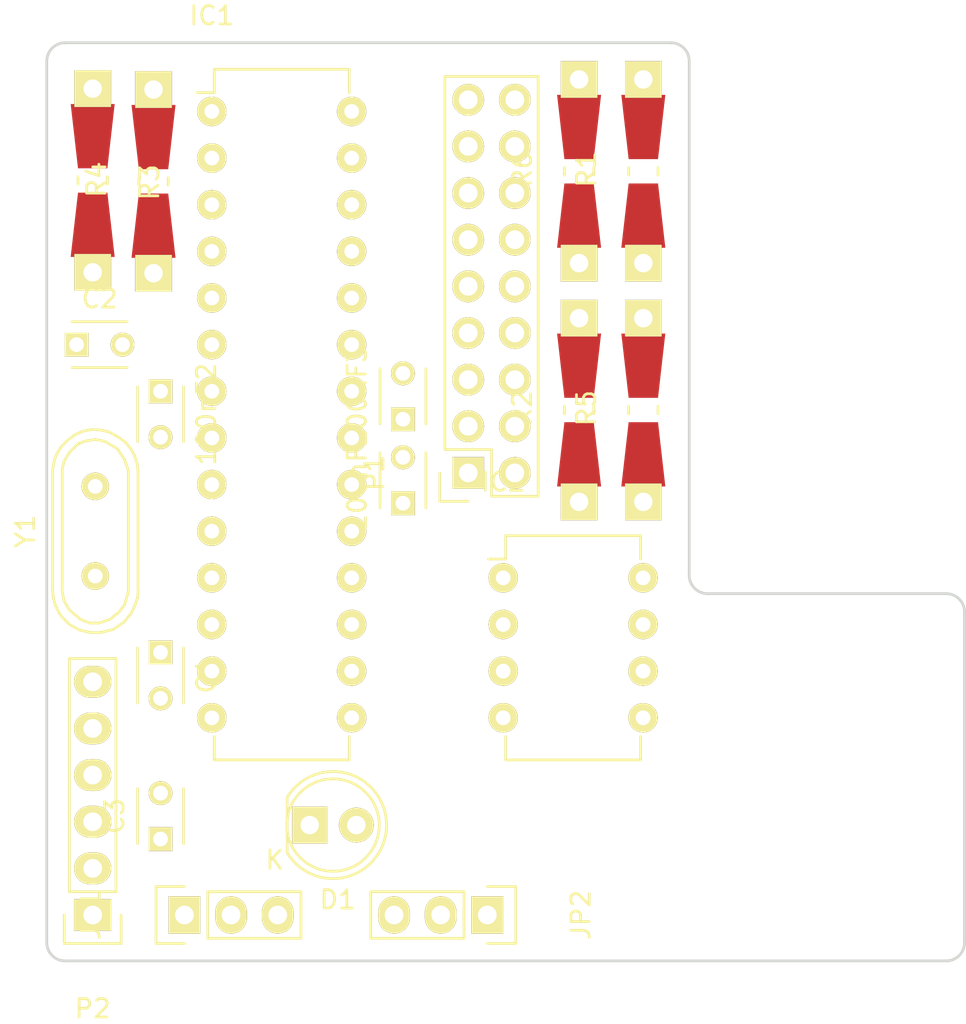
<source format=kicad_pcb>
(kicad_pcb (version 4) (host pcbnew 4.0.2-stable)

  (general
    (links 66)
    (no_connects 66)
    (area 164.924999 74.924999 215.075001 125.075001)
    (thickness 1.6)
    (drawings 18)
    (tracks 0)
    (zones 0)
    (modules 20)
    (nets 28)
  )

  (page A4)
  (layers
    (0 F.Cu signal)
    (31 B.Cu signal)
    (32 B.Adhes user)
    (33 F.Adhes user)
    (34 B.Paste user)
    (35 F.Paste user)
    (36 B.SilkS user)
    (37 F.SilkS user)
    (38 B.Mask user)
    (39 F.Mask user)
    (40 Dwgs.User user)
    (41 Cmts.User user)
    (42 Eco1.User user)
    (43 Eco2.User user)
    (44 Edge.Cuts user)
    (45 Margin user)
    (46 B.CrtYd user)
    (47 F.CrtYd user)
    (48 B.Fab user)
    (49 F.Fab user)
  )

  (setup
    (last_trace_width 0.25)
    (trace_clearance 0.2)
    (zone_clearance 0.508)
    (zone_45_only no)
    (trace_min 0.2)
    (segment_width 0.2)
    (edge_width 0.15)
    (via_size 0.6)
    (via_drill 0.4)
    (via_min_size 0.4)
    (via_min_drill 0.3)
    (uvia_size 0.3)
    (uvia_drill 0.1)
    (uvias_allowed no)
    (uvia_min_size 0.2)
    (uvia_min_drill 0.1)
    (pcb_text_width 0.3)
    (pcb_text_size 1.5 1.5)
    (mod_edge_width 0.15)
    (mod_text_size 1 1)
    (mod_text_width 0.15)
    (pad_size 1.524 1.524)
    (pad_drill 0.762)
    (pad_to_mask_clearance 0.2)
    (aux_axis_origin 0 0)
    (visible_elements FFFFFF7F)
    (pcbplotparams
      (layerselection 0x01030_80000001)
      (usegerberextensions false)
      (excludeedgelayer true)
      (linewidth 0.100000)
      (plotframeref false)
      (viasonmask false)
      (mode 1)
      (useauxorigin false)
      (hpglpennumber 1)
      (hpglpenspeed 20)
      (hpglpendiameter 15)
      (hpglpenoverlay 2)
      (psnegative false)
      (psa4output false)
      (plotreference true)
      (plotvalue true)
      (plotinvisibletext false)
      (padsonsilk true)
      (subtractmaskfromsilk false)
      (outputformat 4)
      (mirror false)
      (drillshape 0)
      (scaleselection 1)
      (outputdirectory /home/coon/Desktop/))
  )

  (net 0 "")
  (net 1 VCC)
  (net 2 GND)
  (net 3 "Net-(100nF3-Pad1)")
  (net 4 "Net-(C1-Pad1)")
  (net 5 "Net-(C2-Pad1)")
  (net 6 "Net-(C3-Pad1)")
  (net 7 "Net-(C3-Pad2)")
  (net 8 "Net-(D1-Pad2)")
  (net 9 "Net-(IC1-Pad2)")
  (net 10 "Net-(IC1-Pad3)")
  (net 11 "Net-(IC1-Pad4)")
  (net 12 "Net-(IC1-Pad5)")
  (net 13 /IR_IN)
  (net 14 //SR_LATCH)
  (net 15 /SR_CP)
  (net 16 /SR_DATA)
  (net 17 /Motor)
  (net 18 /PWR_IR2)
  (net 19 /PWR_IR1)
  (net 20 /SDA)
  (net 21 /SCL)
  (net 22 "Net-(IC2-Pad1)")
  (net 23 /BUS_PLUS)
  (net 24 /BUS_MINUS)
  (net 25 +5VA)
  (net 26 +5VD)
  (net 27 "Net-(JP2-Pad3)")

  (net_class Default "This is the default net class."
    (clearance 0.2)
    (trace_width 0.25)
    (via_dia 0.6)
    (via_drill 0.4)
    (uvia_dia 0.3)
    (uvia_drill 0.1)
    (add_net +5VA)
    (add_net +5VD)
    (add_net //SR_LATCH)
    (add_net /BUS_MINUS)
    (add_net /BUS_PLUS)
    (add_net /IR_IN)
    (add_net /Motor)
    (add_net /PWR_IR1)
    (add_net /PWR_IR2)
    (add_net /SCL)
    (add_net /SDA)
    (add_net /SR_CP)
    (add_net /SR_DATA)
    (add_net GND)
    (add_net "Net-(100nF3-Pad1)")
    (add_net "Net-(C1-Pad1)")
    (add_net "Net-(C2-Pad1)")
    (add_net "Net-(C3-Pad1)")
    (add_net "Net-(C3-Pad2)")
    (add_net "Net-(D1-Pad2)")
    (add_net "Net-(IC1-Pad2)")
    (add_net "Net-(IC1-Pad3)")
    (add_net "Net-(IC1-Pad4)")
    (add_net "Net-(IC1-Pad5)")
    (add_net "Net-(IC2-Pad1)")
    (add_net "Net-(JP2-Pad3)")
    (add_net VCC)
  )

  (module Capacitors_ThroughHole:C_Disc_D3_P2.5 (layer F.Cu) (tedit 0) (tstamp 56CB6D10)
    (at 184.404 100.076 90)
    (descr "Capacitor 3mm Disc, Pitch 2.5mm")
    (tags Capacitor)
    (path /56C0C772)
    (fp_text reference 100nF1 (at 1.25 -2.5 90) (layer F.SilkS)
      (effects (font (size 1 1) (thickness 0.15)))
    )
    (fp_text value C (at 1.25 2.5 90) (layer F.Fab)
      (effects (font (size 1 1) (thickness 0.15)))
    )
    (fp_line (start -0.9 -1.5) (end 3.4 -1.5) (layer F.CrtYd) (width 0.05))
    (fp_line (start 3.4 -1.5) (end 3.4 1.5) (layer F.CrtYd) (width 0.05))
    (fp_line (start 3.4 1.5) (end -0.9 1.5) (layer F.CrtYd) (width 0.05))
    (fp_line (start -0.9 1.5) (end -0.9 -1.5) (layer F.CrtYd) (width 0.05))
    (fp_line (start -0.25 -1.25) (end 2.75 -1.25) (layer F.SilkS) (width 0.15))
    (fp_line (start 2.75 1.25) (end -0.25 1.25) (layer F.SilkS) (width 0.15))
    (pad 1 thru_hole rect (at 0 0 90) (size 1.3 1.3) (drill 0.8) (layers *.Cu *.Mask F.SilkS)
      (net 1 VCC))
    (pad 2 thru_hole circle (at 2.5 0 90) (size 1.3 1.3) (drill 0.8001) (layers *.Cu *.Mask F.SilkS)
      (net 2 GND))
    (model Capacitors_ThroughHole.3dshapes/C_Disc_D3_P2.5.wrl
      (at (xyz 0.0492126 0 0))
      (scale (xyz 1 1 1))
      (rotate (xyz 0 0 0))
    )
  )

  (module Capacitors_ThroughHole:C_Disc_D3_P2.5 (layer F.Cu) (tedit 0) (tstamp 56CB6D16)
    (at 171.196 93.98 270)
    (descr "Capacitor 3mm Disc, Pitch 2.5mm")
    (tags Capacitor)
    (path /56C0D654)
    (fp_text reference 100nF2 (at 1.25 -2.5 270) (layer F.SilkS)
      (effects (font (size 1 1) (thickness 0.15)))
    )
    (fp_text value C (at 1.25 2.5 270) (layer F.Fab)
      (effects (font (size 1 1) (thickness 0.15)))
    )
    (fp_line (start -0.9 -1.5) (end 3.4 -1.5) (layer F.CrtYd) (width 0.05))
    (fp_line (start 3.4 -1.5) (end 3.4 1.5) (layer F.CrtYd) (width 0.05))
    (fp_line (start 3.4 1.5) (end -0.9 1.5) (layer F.CrtYd) (width 0.05))
    (fp_line (start -0.9 1.5) (end -0.9 -1.5) (layer F.CrtYd) (width 0.05))
    (fp_line (start -0.25 -1.25) (end 2.75 -1.25) (layer F.SilkS) (width 0.15))
    (fp_line (start 2.75 1.25) (end -0.25 1.25) (layer F.SilkS) (width 0.15))
    (pad 1 thru_hole rect (at 0 0 270) (size 1.3 1.3) (drill 0.8) (layers *.Cu *.Mask F.SilkS)
      (net 1 VCC))
    (pad 2 thru_hole circle (at 2.5 0 270) (size 1.3 1.3) (drill 0.8001) (layers *.Cu *.Mask F.SilkS)
      (net 2 GND))
    (model Capacitors_ThroughHole.3dshapes/C_Disc_D3_P2.5.wrl
      (at (xyz 0.0492126 0 0))
      (scale (xyz 1 1 1))
      (rotate (xyz 0 0 0))
    )
  )

  (module Capacitors_ThroughHole:C_Disc_D3_P2.5 (layer F.Cu) (tedit 0) (tstamp 56CB6D1C)
    (at 184.404 95.504 90)
    (descr "Capacitor 3mm Disc, Pitch 2.5mm")
    (tags Capacitor)
    (path /56CBB6B6)
    (fp_text reference 100nF3 (at 1.25 -2.5 90) (layer F.SilkS)
      (effects (font (size 1 1) (thickness 0.15)))
    )
    (fp_text value C (at 1.25 2.5 90) (layer F.Fab)
      (effects (font (size 1 1) (thickness 0.15)))
    )
    (fp_line (start -0.9 -1.5) (end 3.4 -1.5) (layer F.CrtYd) (width 0.05))
    (fp_line (start 3.4 -1.5) (end 3.4 1.5) (layer F.CrtYd) (width 0.05))
    (fp_line (start 3.4 1.5) (end -0.9 1.5) (layer F.CrtYd) (width 0.05))
    (fp_line (start -0.9 1.5) (end -0.9 -1.5) (layer F.CrtYd) (width 0.05))
    (fp_line (start -0.25 -1.25) (end 2.75 -1.25) (layer F.SilkS) (width 0.15))
    (fp_line (start 2.75 1.25) (end -0.25 1.25) (layer F.SilkS) (width 0.15))
    (pad 1 thru_hole rect (at 0 0 90) (size 1.3 1.3) (drill 0.8) (layers *.Cu *.Mask F.SilkS)
      (net 3 "Net-(100nF3-Pad1)"))
    (pad 2 thru_hole circle (at 2.5 0 90) (size 1.3 1.3) (drill 0.8001) (layers *.Cu *.Mask F.SilkS)
      (net 2 GND))
    (model Capacitors_ThroughHole.3dshapes/C_Disc_D3_P2.5.wrl
      (at (xyz 0.0492126 0 0))
      (scale (xyz 1 1 1))
      (rotate (xyz 0 0 0))
    )
  )

  (module Capacitors_ThroughHole:C_Disc_D3_P2.5 (layer F.Cu) (tedit 0) (tstamp 56CB6D22)
    (at 171.196 108.204 270)
    (descr "Capacitor 3mm Disc, Pitch 2.5mm")
    (tags Capacitor)
    (path /56A7E68C)
    (fp_text reference C1 (at 1.25 -2.5 270) (layer F.SilkS)
      (effects (font (size 1 1) (thickness 0.15)))
    )
    (fp_text value 22pF (at 1.25 2.5 270) (layer F.Fab)
      (effects (font (size 1 1) (thickness 0.15)))
    )
    (fp_line (start -0.9 -1.5) (end 3.4 -1.5) (layer F.CrtYd) (width 0.05))
    (fp_line (start 3.4 -1.5) (end 3.4 1.5) (layer F.CrtYd) (width 0.05))
    (fp_line (start 3.4 1.5) (end -0.9 1.5) (layer F.CrtYd) (width 0.05))
    (fp_line (start -0.9 1.5) (end -0.9 -1.5) (layer F.CrtYd) (width 0.05))
    (fp_line (start -0.25 -1.25) (end 2.75 -1.25) (layer F.SilkS) (width 0.15))
    (fp_line (start 2.75 1.25) (end -0.25 1.25) (layer F.SilkS) (width 0.15))
    (pad 1 thru_hole rect (at 0 0 270) (size 1.3 1.3) (drill 0.8) (layers *.Cu *.Mask F.SilkS)
      (net 4 "Net-(C1-Pad1)"))
    (pad 2 thru_hole circle (at 2.5 0 270) (size 1.3 1.3) (drill 0.8001) (layers *.Cu *.Mask F.SilkS)
      (net 2 GND))
    (model Capacitors_ThroughHole.3dshapes/C_Disc_D3_P2.5.wrl
      (at (xyz 0.0492126 0 0))
      (scale (xyz 1 1 1))
      (rotate (xyz 0 0 0))
    )
  )

  (module Capacitors_ThroughHole:C_Disc_D3_P2.5 (layer F.Cu) (tedit 0) (tstamp 56CB6D28)
    (at 166.624 91.44)
    (descr "Capacitor 3mm Disc, Pitch 2.5mm")
    (tags Capacitor)
    (path /56A7E7E9)
    (fp_text reference C2 (at 1.25 -2.5) (layer F.SilkS)
      (effects (font (size 1 1) (thickness 0.15)))
    )
    (fp_text value 22pF (at 1.25 2.5) (layer F.Fab)
      (effects (font (size 1 1) (thickness 0.15)))
    )
    (fp_line (start -0.9 -1.5) (end 3.4 -1.5) (layer F.CrtYd) (width 0.05))
    (fp_line (start 3.4 -1.5) (end 3.4 1.5) (layer F.CrtYd) (width 0.05))
    (fp_line (start 3.4 1.5) (end -0.9 1.5) (layer F.CrtYd) (width 0.05))
    (fp_line (start -0.9 1.5) (end -0.9 -1.5) (layer F.CrtYd) (width 0.05))
    (fp_line (start -0.25 -1.25) (end 2.75 -1.25) (layer F.SilkS) (width 0.15))
    (fp_line (start 2.75 1.25) (end -0.25 1.25) (layer F.SilkS) (width 0.15))
    (pad 1 thru_hole rect (at 0 0) (size 1.3 1.3) (drill 0.8) (layers *.Cu *.Mask F.SilkS)
      (net 5 "Net-(C2-Pad1)"))
    (pad 2 thru_hole circle (at 2.5 0) (size 1.3 1.3) (drill 0.8001) (layers *.Cu *.Mask F.SilkS)
      (net 2 GND))
    (model Capacitors_ThroughHole.3dshapes/C_Disc_D3_P2.5.wrl
      (at (xyz 0.0492126 0 0))
      (scale (xyz 1 1 1))
      (rotate (xyz 0 0 0))
    )
  )

  (module Capacitors_ThroughHole:C_Disc_D3_P2.5 (layer F.Cu) (tedit 0) (tstamp 56CB6D2E)
    (at 171.196 118.364 90)
    (descr "Capacitor 3mm Disc, Pitch 2.5mm")
    (tags Capacitor)
    (path /56A7CAE9)
    (fp_text reference C3 (at 1.25 -2.5 90) (layer F.SilkS)
      (effects (font (size 1 1) (thickness 0.15)))
    )
    (fp_text value 100nF (at 1.25 2.5 90) (layer F.Fab)
      (effects (font (size 1 1) (thickness 0.15)))
    )
    (fp_line (start -0.9 -1.5) (end 3.4 -1.5) (layer F.CrtYd) (width 0.05))
    (fp_line (start 3.4 -1.5) (end 3.4 1.5) (layer F.CrtYd) (width 0.05))
    (fp_line (start 3.4 1.5) (end -0.9 1.5) (layer F.CrtYd) (width 0.05))
    (fp_line (start -0.9 1.5) (end -0.9 -1.5) (layer F.CrtYd) (width 0.05))
    (fp_line (start -0.25 -1.25) (end 2.75 -1.25) (layer F.SilkS) (width 0.15))
    (fp_line (start 2.75 1.25) (end -0.25 1.25) (layer F.SilkS) (width 0.15))
    (pad 1 thru_hole rect (at 0 0 90) (size 1.3 1.3) (drill 0.8) (layers *.Cu *.Mask F.SilkS)
      (net 6 "Net-(C3-Pad1)"))
    (pad 2 thru_hole circle (at 2.5 0 90) (size 1.3 1.3) (drill 0.8001) (layers *.Cu *.Mask F.SilkS)
      (net 7 "Net-(C3-Pad2)"))
    (model Capacitors_ThroughHole.3dshapes/C_Disc_D3_P2.5.wrl
      (at (xyz 0.0492126 0 0))
      (scale (xyz 1 1 1))
      (rotate (xyz 0 0 0))
    )
  )

  (module Housings_DIP:DIP-28_W7.62mm (layer F.Cu) (tedit 56CF78F3) (tstamp 56CB6D54)
    (at 173.99 78.74)
    (descr "28-lead dip package, row spacing 7.62 mm (300 mils)")
    (tags "dil dip 2.54 300")
    (path /56A67206)
    (fp_text reference IC1 (at 0 -5.22) (layer F.SilkS)
      (effects (font (size 1 1) (thickness 0.15)))
    )
    (fp_text value ATMEGA328-P (at 3.81 17.272 90) (layer F.Fab)
      (effects (font (size 1 1) (thickness 0.15)))
    )
    (fp_line (start -1.05 -2.45) (end -1.05 35.5) (layer F.CrtYd) (width 0.05))
    (fp_line (start 8.65 -2.45) (end 8.65 35.5) (layer F.CrtYd) (width 0.05))
    (fp_line (start -1.05 -2.45) (end 8.65 -2.45) (layer F.CrtYd) (width 0.05))
    (fp_line (start -1.05 35.5) (end 8.65 35.5) (layer F.CrtYd) (width 0.05))
    (fp_line (start 0.135 -2.295) (end 0.135 -1.025) (layer F.SilkS) (width 0.15))
    (fp_line (start 7.485 -2.295) (end 7.485 -1.025) (layer F.SilkS) (width 0.15))
    (fp_line (start 7.485 35.315) (end 7.485 34.045) (layer F.SilkS) (width 0.15))
    (fp_line (start 0.135 35.315) (end 0.135 34.045) (layer F.SilkS) (width 0.15))
    (fp_line (start 0.135 -2.295) (end 7.485 -2.295) (layer F.SilkS) (width 0.15))
    (fp_line (start 0.135 35.315) (end 7.485 35.315) (layer F.SilkS) (width 0.15))
    (fp_line (start 0.135 -1.025) (end -0.8 -1.025) (layer F.SilkS) (width 0.15))
    (pad 1 thru_hole oval (at 0 0) (size 1.6 1.6) (drill 0.8) (layers *.Cu *.Mask F.SilkS)
      (net 7 "Net-(C3-Pad2)"))
    (pad 2 thru_hole oval (at 0 2.54) (size 1.6 1.6) (drill 0.8) (layers *.Cu *.Mask F.SilkS)
      (net 9 "Net-(IC1-Pad2)"))
    (pad 3 thru_hole oval (at 0 5.08) (size 1.6 1.6) (drill 0.8) (layers *.Cu *.Mask F.SilkS)
      (net 10 "Net-(IC1-Pad3)"))
    (pad 4 thru_hole oval (at 0 7.62) (size 1.6 1.6) (drill 0.8) (layers *.Cu *.Mask F.SilkS)
      (net 11 "Net-(IC1-Pad4)"))
    (pad 5 thru_hole oval (at 0 10.16) (size 1.6 1.6) (drill 0.8) (layers *.Cu *.Mask F.SilkS)
      (net 12 "Net-(IC1-Pad5)"))
    (pad 6 thru_hole oval (at 0 12.7) (size 1.6 1.6) (drill 0.8) (layers *.Cu *.Mask F.SilkS))
    (pad 7 thru_hole oval (at 0 15.24) (size 1.6 1.6) (drill 0.8) (layers *.Cu *.Mask F.SilkS)
      (net 1 VCC))
    (pad 8 thru_hole oval (at 0 17.78) (size 1.6 1.6) (drill 0.8) (layers *.Cu *.Mask F.SilkS)
      (net 2 GND))
    (pad 9 thru_hole oval (at 0 20.32) (size 1.6 1.6) (drill 0.8) (layers *.Cu *.Mask F.SilkS)
      (net 4 "Net-(C1-Pad1)"))
    (pad 10 thru_hole oval (at 0 22.86) (size 1.6 1.6) (drill 0.8) (layers *.Cu *.Mask F.SilkS)
      (net 5 "Net-(C2-Pad1)"))
    (pad 11 thru_hole oval (at 0 25.4) (size 1.6 1.6) (drill 0.8) (layers *.Cu *.Mask F.SilkS)
      (net 13 /IR_IN))
    (pad 12 thru_hole oval (at 0 27.94) (size 1.6 1.6) (drill 0.8) (layers *.Cu *.Mask F.SilkS)
      (net 14 //SR_LATCH))
    (pad 13 thru_hole oval (at 0 30.48) (size 1.6 1.6) (drill 0.8) (layers *.Cu *.Mask F.SilkS)
      (net 15 /SR_CP))
    (pad 14 thru_hole oval (at 0 33.02) (size 1.6 1.6) (drill 0.8) (layers *.Cu *.Mask F.SilkS)
      (net 16 /SR_DATA))
    (pad 15 thru_hole oval (at 7.62 33.02) (size 1.6 1.6) (drill 0.8) (layers *.Cu *.Mask F.SilkS)
      (net 17 /Motor))
    (pad 16 thru_hole oval (at 7.62 30.48) (size 1.6 1.6) (drill 0.8) (layers *.Cu *.Mask F.SilkS))
    (pad 17 thru_hole oval (at 7.62 27.94) (size 1.6 1.6) (drill 0.8) (layers *.Cu *.Mask F.SilkS))
    (pad 18 thru_hole oval (at 7.62 25.4) (size 1.6 1.6) (drill 0.8) (layers *.Cu *.Mask F.SilkS))
    (pad 19 thru_hole oval (at 7.62 22.86) (size 1.6 1.6) (drill 0.8) (layers *.Cu *.Mask F.SilkS))
    (pad 20 thru_hole oval (at 7.62 20.32) (size 1.6 1.6) (drill 0.8) (layers *.Cu *.Mask F.SilkS)
      (net 1 VCC))
    (pad 21 thru_hole oval (at 7.62 17.78) (size 1.6 1.6) (drill 0.8) (layers *.Cu *.Mask F.SilkS)
      (net 3 "Net-(100nF3-Pad1)"))
    (pad 22 thru_hole oval (at 7.62 15.24) (size 1.6 1.6) (drill 0.8) (layers *.Cu *.Mask F.SilkS)
      (net 2 GND))
    (pad 23 thru_hole oval (at 7.62 12.7) (size 1.6 1.6) (drill 0.8) (layers *.Cu *.Mask F.SilkS))
    (pad 24 thru_hole oval (at 7.62 10.16) (size 1.6 1.6) (drill 0.8) (layers *.Cu *.Mask F.SilkS))
    (pad 25 thru_hole oval (at 7.62 7.62) (size 1.6 1.6) (drill 0.8) (layers *.Cu *.Mask F.SilkS)
      (net 18 /PWR_IR2))
    (pad 26 thru_hole oval (at 7.62 5.08) (size 1.6 1.6) (drill 0.8) (layers *.Cu *.Mask F.SilkS)
      (net 19 /PWR_IR1))
    (pad 27 thru_hole oval (at 7.62 2.54) (size 1.6 1.6) (drill 0.8) (layers *.Cu *.Mask F.SilkS)
      (net 20 /SDA))
    (pad 28 thru_hole oval (at 7.62 0) (size 1.6 1.6) (drill 0.8) (layers *.Cu *.Mask F.SilkS)
      (net 21 /SCL))
    (model Housings_DIP.3dshapes/DIP-28_W7.62mm.wrl
      (at (xyz 0 0 0))
      (scale (xyz 1 1 1))
      (rotate (xyz 0 0 0))
    )
  )

  (module Housings_DIP:DIP-8_W7.62mm (layer F.Cu) (tedit 54130A77) (tstamp 56CB6D60)
    (at 189.865 104.14)
    (descr "8-lead dip package, row spacing 7.62 mm (300 mils)")
    (tags "dil dip 2.54 300")
    (path /56A674FC)
    (fp_text reference IC2 (at 0 -5.22) (layer F.SilkS)
      (effects (font (size 1 1) (thickness 0.15)))
    )
    (fp_text value MAX485 (at 0 -3.72) (layer F.Fab)
      (effects (font (size 1 1) (thickness 0.15)))
    )
    (fp_line (start -1.05 -2.45) (end -1.05 10.1) (layer F.CrtYd) (width 0.05))
    (fp_line (start 8.65 -2.45) (end 8.65 10.1) (layer F.CrtYd) (width 0.05))
    (fp_line (start -1.05 -2.45) (end 8.65 -2.45) (layer F.CrtYd) (width 0.05))
    (fp_line (start -1.05 10.1) (end 8.65 10.1) (layer F.CrtYd) (width 0.05))
    (fp_line (start 0.135 -2.295) (end 0.135 -1.025) (layer F.SilkS) (width 0.15))
    (fp_line (start 7.485 -2.295) (end 7.485 -1.025) (layer F.SilkS) (width 0.15))
    (fp_line (start 7.485 9.915) (end 7.485 8.645) (layer F.SilkS) (width 0.15))
    (fp_line (start 0.135 9.915) (end 0.135 8.645) (layer F.SilkS) (width 0.15))
    (fp_line (start 0.135 -2.295) (end 7.485 -2.295) (layer F.SilkS) (width 0.15))
    (fp_line (start 0.135 9.915) (end 7.485 9.915) (layer F.SilkS) (width 0.15))
    (fp_line (start 0.135 -1.025) (end -0.8 -1.025) (layer F.SilkS) (width 0.15))
    (pad 1 thru_hole oval (at 0 0) (size 1.6 1.6) (drill 0.8) (layers *.Cu *.Mask F.SilkS)
      (net 22 "Net-(IC2-Pad1)"))
    (pad 2 thru_hole oval (at 0 2.54) (size 1.6 1.6) (drill 0.8) (layers *.Cu *.Mask F.SilkS)
      (net 11 "Net-(IC1-Pad4)"))
    (pad 3 thru_hole oval (at 0 5.08) (size 1.6 1.6) (drill 0.8) (layers *.Cu *.Mask F.SilkS)
      (net 12 "Net-(IC1-Pad5)"))
    (pad 4 thru_hole oval (at 0 7.62) (size 1.6 1.6) (drill 0.8) (layers *.Cu *.Mask F.SilkS)
      (net 10 "Net-(IC1-Pad3)"))
    (pad 5 thru_hole oval (at 7.62 7.62) (size 1.6 1.6) (drill 0.8) (layers *.Cu *.Mask F.SilkS)
      (net 2 GND))
    (pad 6 thru_hole oval (at 7.62 5.08) (size 1.6 1.6) (drill 0.8) (layers *.Cu *.Mask F.SilkS)
      (net 23 /BUS_PLUS))
    (pad 7 thru_hole oval (at 7.62 2.54) (size 1.6 1.6) (drill 0.8) (layers *.Cu *.Mask F.SilkS)
      (net 24 /BUS_MINUS))
    (pad 8 thru_hole oval (at 7.62 0) (size 1.6 1.6) (drill 0.8) (layers *.Cu *.Mask F.SilkS)
      (net 1 VCC))
    (model Housings_DIP.3dshapes/DIP-8_W7.62mm.wrl
      (at (xyz 0 0 0))
      (scale (xyz 1 1 1))
      (rotate (xyz 0 0 0))
    )
  )

  (module Socket_Strips:Socket_Strip_Straight_2x09 (layer F.Cu) (tedit 0) (tstamp 56CB6D84)
    (at 187.96 98.425 90)
    (descr "Through hole socket strip")
    (tags "socket strip")
    (path /56CB4B14)
    (fp_text reference P1 (at 0 -5.1 90) (layer F.SilkS)
      (effects (font (size 1 1) (thickness 0.15)))
    )
    (fp_text value 2x9_pin_holes (at 0 -3.1 90) (layer F.Fab)
      (effects (font (size 1 1) (thickness 0.15)))
    )
    (fp_line (start -1.75 -1.75) (end -1.75 4.3) (layer F.CrtYd) (width 0.05))
    (fp_line (start 22.1 -1.75) (end 22.1 4.3) (layer F.CrtYd) (width 0.05))
    (fp_line (start -1.75 -1.75) (end 22.1 -1.75) (layer F.CrtYd) (width 0.05))
    (fp_line (start -1.75 4.3) (end 22.1 4.3) (layer F.CrtYd) (width 0.05))
    (fp_line (start 21.59 3.81) (end -1.27 3.81) (layer F.SilkS) (width 0.15))
    (fp_line (start 1.27 -1.27) (end 21.59 -1.27) (layer F.SilkS) (width 0.15))
    (fp_line (start 21.59 3.81) (end 21.59 -1.27) (layer F.SilkS) (width 0.15))
    (fp_line (start -1.27 3.81) (end -1.27 1.27) (layer F.SilkS) (width 0.15))
    (fp_line (start 0 -1.55) (end -1.55 -1.55) (layer F.SilkS) (width 0.15))
    (fp_line (start -1.27 1.27) (end 1.27 1.27) (layer F.SilkS) (width 0.15))
    (fp_line (start 1.27 1.27) (end 1.27 -1.27) (layer F.SilkS) (width 0.15))
    (fp_line (start -1.55 -1.55) (end -1.55 0) (layer F.SilkS) (width 0.15))
    (pad 1 thru_hole rect (at 0 0 90) (size 1.7272 1.7272) (drill 1.016) (layers *.Cu *.Mask F.SilkS)
      (net 16 /SR_DATA))
    (pad 2 thru_hole oval (at 0 2.54 90) (size 1.7272 1.7272) (drill 1.016) (layers *.Cu *.Mask F.SilkS)
      (net 14 //SR_LATCH))
    (pad 3 thru_hole oval (at 2.54 0 90) (size 1.7272 1.7272) (drill 1.016) (layers *.Cu *.Mask F.SilkS)
      (net 15 /SR_CP))
    (pad 4 thru_hole oval (at 2.54 2.54 90) (size 1.7272 1.7272) (drill 1.016) (layers *.Cu *.Mask F.SilkS)
      (net 17 /Motor))
    (pad 5 thru_hole oval (at 5.08 0 90) (size 1.7272 1.7272) (drill 1.016) (layers *.Cu *.Mask F.SilkS))
    (pad 6 thru_hole oval (at 5.08 2.54 90) (size 1.7272 1.7272) (drill 1.016) (layers *.Cu *.Mask F.SilkS)
      (net 20 /SDA))
    (pad 7 thru_hole oval (at 7.62 0 90) (size 1.7272 1.7272) (drill 1.016) (layers *.Cu *.Mask F.SilkS))
    (pad 8 thru_hole oval (at 7.62 2.54 90) (size 1.7272 1.7272) (drill 1.016) (layers *.Cu *.Mask F.SilkS)
      (net 21 /SCL))
    (pad 9 thru_hole oval (at 10.16 0 90) (size 1.7272 1.7272) (drill 1.016) (layers *.Cu *.Mask F.SilkS)
      (net 26 +5VD))
    (pad 10 thru_hole oval (at 10.16 2.54 90) (size 1.7272 1.7272) (drill 1.016) (layers *.Cu *.Mask F.SilkS)
      (net 2 GND))
    (pad 11 thru_hole oval (at 12.7 0 90) (size 1.7272 1.7272) (drill 1.016) (layers *.Cu *.Mask F.SilkS))
    (pad 12 thru_hole oval (at 12.7 2.54 90) (size 1.7272 1.7272) (drill 1.016) (layers *.Cu *.Mask F.SilkS)
      (net 18 /PWR_IR2))
    (pad 13 thru_hole oval (at 15.24 0 90) (size 1.7272 1.7272) (drill 1.016) (layers *.Cu *.Mask F.SilkS))
    (pad 14 thru_hole oval (at 15.24 2.54 90) (size 1.7272 1.7272) (drill 1.016) (layers *.Cu *.Mask F.SilkS)
      (net 19 /PWR_IR1))
    (pad 15 thru_hole oval (at 17.78 0 90) (size 1.7272 1.7272) (drill 1.016) (layers *.Cu *.Mask F.SilkS)
      (net 13 /IR_IN))
    (pad 16 thru_hole oval (at 17.78 2.54 90) (size 1.7272 1.7272) (drill 1.016) (layers *.Cu *.Mask F.SilkS)
      (net 24 /BUS_MINUS))
    (pad 17 thru_hole oval (at 20.32 0 90) (size 1.7272 1.7272) (drill 1.016) (layers *.Cu *.Mask F.SilkS)
      (net 23 /BUS_PLUS))
    (pad 18 thru_hole oval (at 20.32 2.54 90) (size 1.7272 1.7272) (drill 1.016) (layers *.Cu *.Mask F.SilkS))
  )

  (module Pin_Headers:Pin_Header_Straight_1x06 (layer F.Cu) (tedit 0) (tstamp 56CB6D8E)
    (at 167.5 122.5 180)
    (descr "Through hole pin header")
    (tags "pin header")
    (path /56CB7691)
    (fp_text reference P2 (at 0 -5.1 180) (layer F.SilkS)
      (effects (font (size 1 1) (thickness 0.15)))
    )
    (fp_text value FTDI_header (at 0 -3.1 180) (layer F.Fab)
      (effects (font (size 1 1) (thickness 0.15)))
    )
    (fp_line (start -1.75 -1.75) (end -1.75 14.45) (layer F.CrtYd) (width 0.05))
    (fp_line (start 1.75 -1.75) (end 1.75 14.45) (layer F.CrtYd) (width 0.05))
    (fp_line (start -1.75 -1.75) (end 1.75 -1.75) (layer F.CrtYd) (width 0.05))
    (fp_line (start -1.75 14.45) (end 1.75 14.45) (layer F.CrtYd) (width 0.05))
    (fp_line (start 1.27 1.27) (end 1.27 13.97) (layer F.SilkS) (width 0.15))
    (fp_line (start 1.27 13.97) (end -1.27 13.97) (layer F.SilkS) (width 0.15))
    (fp_line (start -1.27 13.97) (end -1.27 1.27) (layer F.SilkS) (width 0.15))
    (fp_line (start 1.55 -1.55) (end 1.55 0) (layer F.SilkS) (width 0.15))
    (fp_line (start 1.27 1.27) (end -1.27 1.27) (layer F.SilkS) (width 0.15))
    (fp_line (start -1.55 0) (end -1.55 -1.55) (layer F.SilkS) (width 0.15))
    (fp_line (start -1.55 -1.55) (end 1.55 -1.55) (layer F.SilkS) (width 0.15))
    (pad 1 thru_hole rect (at 0 0 180) (size 2.032 1.7272) (drill 1.016) (layers *.Cu *.Mask F.SilkS)
      (net 6 "Net-(C3-Pad1)"))
    (pad 2 thru_hole oval (at 0 2.54 180) (size 2.032 1.7272) (drill 1.016) (layers *.Cu *.Mask F.SilkS)
      (net 10 "Net-(IC1-Pad3)"))
    (pad 3 thru_hole oval (at 0 5.08 180) (size 2.032 1.7272) (drill 1.016) (layers *.Cu *.Mask F.SilkS)
      (net 27 "Net-(JP2-Pad3)"))
    (pad 4 thru_hole oval (at 0 7.62 180) (size 2.032 1.7272) (drill 1.016) (layers *.Cu *.Mask F.SilkS)
      (net 25 +5VA))
    (pad 5 thru_hole oval (at 0 10.16 180) (size 2.032 1.7272) (drill 1.016) (layers *.Cu *.Mask F.SilkS)
      (net 2 GND))
    (pad 6 thru_hole oval (at 0 12.7 180) (size 2.032 1.7272) (drill 1.016) (layers *.Cu *.Mask F.SilkS)
      (net 2 GND))
    (model Pin_Headers.3dshapes/Pin_Header_Straight_1x06.wrl
      (at (xyz 0 -0.25 0))
      (scale (xyz 1 1 1))
      (rotate (xyz 0 0 90))
    )
  )

  (module Resistors_Universal:Resistor_SMD+THTuniversal_0805to1206_RM10_HandSoldering (layer F.Cu) (tedit 0) (tstamp 56CB6D9A)
    (at 197.5 82 90)
    (descr "Resistor, SMD and THT, universal, 0805 to 1206,RM10,  Hand soldering,")
    (tags "Resistor, SMD and THT, universal, 0805 to 1206, RM10, Hand soldering,")
    (path /56A6A275)
    (fp_text reference R1 (at 0.09906 -3.0988 90) (layer F.SilkS)
      (effects (font (size 1 1) (thickness 0.15)))
    )
    (fp_text value 150 (at -0.39878 4.20116 90) (layer F.Fab)
      (effects (font (size 1 1) (thickness 0.15)))
    )
    (fp_line (start 0 0.8001) (end 0.20066 0.8001) (layer F.SilkS) (width 0.15))
    (fp_line (start 0 0.8001) (end -0.20066 0.8001) (layer F.SilkS) (width 0.15))
    (fp_line (start -0.09906 -0.8001) (end -0.20066 -0.8001) (layer F.SilkS) (width 0.15))
    (fp_line (start -0.20066 -0.8001) (end 0.20066 -0.8001) (layer F.SilkS) (width 0.15))
    (pad 1 smd trapezoid (at -2.413 0 90) (size 3.50012 1.99898) (rect_delta 0.39878 0 ) (layers F.Cu F.Paste F.Mask)
      (net 1 VCC))
    (pad 2 smd trapezoid (at 2.413 0 270) (size 3.50012 1.99898) (rect_delta 0.39878 0 ) (layers F.Cu F.Paste F.Mask)
      (net 8 "Net-(D1-Pad2)"))
    (pad 1 thru_hole rect (at -5.00126 0 270) (size 1.99898 1.99898) (drill 1.00076) (layers *.Cu *.Mask F.SilkS)
      (net 1 VCC))
    (pad 2 thru_hole rect (at 5.00126 0 270) (size 1.99898 1.99898) (drill 1.00076) (layers *.Cu *.Mask F.SilkS)
      (net 8 "Net-(D1-Pad2)"))
  )

  (module Resistors_Universal:Resistor_SMD+THTuniversal_0805to1206_RM10_HandSoldering (layer F.Cu) (tedit 0) (tstamp 56CB6DA6)
    (at 194 95 90)
    (descr "Resistor, SMD and THT, universal, 0805 to 1206,RM10,  Hand soldering,")
    (tags "Resistor, SMD and THT, universal, 0805 to 1206, RM10, Hand soldering,")
    (path /56BF76F8)
    (fp_text reference R2 (at 0.09906 -3.0988 90) (layer F.SilkS)
      (effects (font (size 1 1) (thickness 0.15)))
    )
    (fp_text value 4.7K (at -0.39878 4.20116 90) (layer F.Fab)
      (effects (font (size 1 1) (thickness 0.15)))
    )
    (fp_line (start 0 0.8001) (end 0.20066 0.8001) (layer F.SilkS) (width 0.15))
    (fp_line (start 0 0.8001) (end -0.20066 0.8001) (layer F.SilkS) (width 0.15))
    (fp_line (start -0.09906 -0.8001) (end -0.20066 -0.8001) (layer F.SilkS) (width 0.15))
    (fp_line (start -0.20066 -0.8001) (end 0.20066 -0.8001) (layer F.SilkS) (width 0.15))
    (pad 1 smd trapezoid (at -2.413 0 90) (size 3.50012 1.99898) (rect_delta 0.39878 0 ) (layers F.Cu F.Paste F.Mask)
      (net 12 "Net-(IC1-Pad5)"))
    (pad 2 smd trapezoid (at 2.413 0 270) (size 3.50012 1.99898) (rect_delta 0.39878 0 ) (layers F.Cu F.Paste F.Mask)
      (net 2 GND))
    (pad 1 thru_hole rect (at -5.00126 0 270) (size 1.99898 1.99898) (drill 1.00076) (layers *.Cu *.Mask F.SilkS)
      (net 12 "Net-(IC1-Pad5)"))
    (pad 2 thru_hole rect (at 5.00126 0 270) (size 1.99898 1.99898) (drill 1.00076) (layers *.Cu *.Mask F.SilkS)
      (net 2 GND))
  )

  (module Resistors_Universal:Resistor_SMD+THTuniversal_0805to1206_RM10_HandSoldering (layer F.Cu) (tedit 0) (tstamp 56CB6DB2)
    (at 167.5 82.5 270)
    (descr "Resistor, SMD and THT, universal, 0805 to 1206,RM10,  Hand soldering,")
    (tags "Resistor, SMD and THT, universal, 0805 to 1206, RM10, Hand soldering,")
    (path /56A7CC95)
    (fp_text reference R3 (at 0.09906 -3.0988 270) (layer F.SilkS)
      (effects (font (size 1 1) (thickness 0.15)))
    )
    (fp_text value 10K (at -0.39878 4.20116 270) (layer F.Fab)
      (effects (font (size 1 1) (thickness 0.15)))
    )
    (fp_line (start 0 0.8001) (end 0.20066 0.8001) (layer F.SilkS) (width 0.15))
    (fp_line (start 0 0.8001) (end -0.20066 0.8001) (layer F.SilkS) (width 0.15))
    (fp_line (start -0.09906 -0.8001) (end -0.20066 -0.8001) (layer F.SilkS) (width 0.15))
    (fp_line (start -0.20066 -0.8001) (end 0.20066 -0.8001) (layer F.SilkS) (width 0.15))
    (pad 1 smd trapezoid (at -2.413 0 270) (size 3.50012 1.99898) (rect_delta 0.39878 0 ) (layers F.Cu F.Paste F.Mask)
      (net 1 VCC))
    (pad 2 smd trapezoid (at 2.413 0 90) (size 3.50012 1.99898) (rect_delta 0.39878 0 ) (layers F.Cu F.Paste F.Mask)
      (net 7 "Net-(C3-Pad2)"))
    (pad 1 thru_hole rect (at -5.00126 0 90) (size 1.99898 1.99898) (drill 1.00076) (layers *.Cu *.Mask F.SilkS)
      (net 1 VCC))
    (pad 2 thru_hole rect (at 5.00126 0 90) (size 1.99898 1.99898) (drill 1.00076) (layers *.Cu *.Mask F.SilkS)
      (net 7 "Net-(C3-Pad2)"))
  )

  (module Resistors_Universal:Resistor_SMD+THTuniversal_0805to1206_RM10_HandSoldering (layer F.Cu) (tedit 0) (tstamp 56CB6DBE)
    (at 170.815 82.55 90)
    (descr "Resistor, SMD and THT, universal, 0805 to 1206,RM10,  Hand soldering,")
    (tags "Resistor, SMD and THT, universal, 0805 to 1206, RM10, Hand soldering,")
    (path /56BF7794)
    (fp_text reference R4 (at 0.09906 -3.0988 90) (layer F.SilkS)
      (effects (font (size 1 1) (thickness 0.15)))
    )
    (fp_text value 4.7K (at -0.39878 4.20116 90) (layer F.Fab)
      (effects (font (size 1 1) (thickness 0.15)))
    )
    (fp_line (start 0 0.8001) (end 0.20066 0.8001) (layer F.SilkS) (width 0.15))
    (fp_line (start 0 0.8001) (end -0.20066 0.8001) (layer F.SilkS) (width 0.15))
    (fp_line (start -0.09906 -0.8001) (end -0.20066 -0.8001) (layer F.SilkS) (width 0.15))
    (fp_line (start -0.20066 -0.8001) (end 0.20066 -0.8001) (layer F.SilkS) (width 0.15))
    (pad 1 smd trapezoid (at -2.413 0 90) (size 3.50012 1.99898) (rect_delta 0.39878 0 ) (layers F.Cu F.Paste F.Mask)
      (net 11 "Net-(IC1-Pad4)"))
    (pad 2 smd trapezoid (at 2.413 0 270) (size 3.50012 1.99898) (rect_delta 0.39878 0 ) (layers F.Cu F.Paste F.Mask)
      (net 1 VCC))
    (pad 1 thru_hole rect (at -5.00126 0 270) (size 1.99898 1.99898) (drill 1.00076) (layers *.Cu *.Mask F.SilkS)
      (net 11 "Net-(IC1-Pad4)"))
    (pad 2 thru_hole rect (at 5.00126 0 270) (size 1.99898 1.99898) (drill 1.00076) (layers *.Cu *.Mask F.SilkS)
      (net 1 VCC))
  )

  (module Resistors_Universal:Resistor_SMD+THTuniversal_0805to1206_RM10_HandSoldering (layer F.Cu) (tedit 0) (tstamp 56CB6DCA)
    (at 197.5 95 90)
    (descr "Resistor, SMD and THT, universal, 0805 to 1206,RM10,  Hand soldering,")
    (tags "Resistor, SMD and THT, universal, 0805 to 1206, RM10, Hand soldering,")
    (path /56C0A3AC)
    (fp_text reference R5 (at 0.09906 -3.0988 90) (layer F.SilkS)
      (effects (font (size 1 1) (thickness 0.15)))
    )
    (fp_text value 1K (at -0.39878 4.20116 90) (layer F.Fab)
      (effects (font (size 1 1) (thickness 0.15)))
    )
    (fp_line (start 0 0.8001) (end 0.20066 0.8001) (layer F.SilkS) (width 0.15))
    (fp_line (start 0 0.8001) (end -0.20066 0.8001) (layer F.SilkS) (width 0.15))
    (fp_line (start -0.09906 -0.8001) (end -0.20066 -0.8001) (layer F.SilkS) (width 0.15))
    (fp_line (start -0.20066 -0.8001) (end 0.20066 -0.8001) (layer F.SilkS) (width 0.15))
    (pad 1 smd trapezoid (at -2.413 0 90) (size 3.50012 1.99898) (rect_delta 0.39878 0 ) (layers F.Cu F.Paste F.Mask)
      (net 22 "Net-(IC2-Pad1)"))
    (pad 2 smd trapezoid (at 2.413 0 270) (size 3.50012 1.99898) (rect_delta 0.39878 0 ) (layers F.Cu F.Paste F.Mask)
      (net 9 "Net-(IC1-Pad2)"))
    (pad 1 thru_hole rect (at -5.00126 0 270) (size 1.99898 1.99898) (drill 1.00076) (layers *.Cu *.Mask F.SilkS)
      (net 22 "Net-(IC2-Pad1)"))
    (pad 2 thru_hole rect (at 5.00126 0 270) (size 1.99898 1.99898) (drill 1.00076) (layers *.Cu *.Mask F.SilkS)
      (net 9 "Net-(IC1-Pad2)"))
  )

  (module Resistors_Universal:Resistor_SMD+THTuniversal_0805to1206_RM10_HandSoldering (layer F.Cu) (tedit 0) (tstamp 56CB6DD6)
    (at 194 82 90)
    (descr "Resistor, SMD and THT, universal, 0805 to 1206,RM10,  Hand soldering,")
    (tags "Resistor, SMD and THT, universal, 0805 to 1206, RM10, Hand soldering,")
    (path /56BFC259)
    (fp_text reference R6 (at 0.09906 -3.0988 90) (layer F.SilkS)
      (effects (font (size 1 1) (thickness 0.15)))
    )
    (fp_text value 120 (at -0.39878 4.20116 90) (layer F.Fab)
      (effects (font (size 1 1) (thickness 0.15)))
    )
    (fp_line (start 0 0.8001) (end 0.20066 0.8001) (layer F.SilkS) (width 0.15))
    (fp_line (start 0 0.8001) (end -0.20066 0.8001) (layer F.SilkS) (width 0.15))
    (fp_line (start -0.09906 -0.8001) (end -0.20066 -0.8001) (layer F.SilkS) (width 0.15))
    (fp_line (start -0.20066 -0.8001) (end 0.20066 -0.8001) (layer F.SilkS) (width 0.15))
    (pad 1 smd trapezoid (at -2.413 0 90) (size 3.50012 1.99898) (rect_delta 0.39878 0 ) (layers F.Cu F.Paste F.Mask)
      (net 24 /BUS_MINUS))
    (pad 2 smd trapezoid (at 2.413 0 270) (size 3.50012 1.99898) (rect_delta 0.39878 0 ) (layers F.Cu F.Paste F.Mask)
      (net 23 /BUS_PLUS))
    (pad 1 thru_hole rect (at -5.00126 0 270) (size 1.99898 1.99898) (drill 1.00076) (layers *.Cu *.Mask F.SilkS)
      (net 24 /BUS_MINUS))
    (pad 2 thru_hole rect (at 5.00126 0 270) (size 1.99898 1.99898) (drill 1.00076) (layers *.Cu *.Mask F.SilkS)
      (net 23 /BUS_PLUS))
  )

  (module Crystals:Crystal_HC49-U_Vertical (layer F.Cu) (tedit 0) (tstamp 56CB6DDC)
    (at 167.64 101.6 90)
    (descr "Crystal, Quarz, HC49/U, vertical, stehend,")
    (tags "Crystal, Quarz, HC49/U, vertical, stehend,")
    (path /56A7E0C8)
    (fp_text reference Y1 (at 0 -3.81 90) (layer F.SilkS)
      (effects (font (size 1 1) (thickness 0.15)))
    )
    (fp_text value Crystal (at 0 3.81 90) (layer F.Fab)
      (effects (font (size 1 1) (thickness 0.15)))
    )
    (fp_line (start 4.699 -1.00076) (end 4.89966 -0.59944) (layer F.SilkS) (width 0.15))
    (fp_line (start 4.89966 -0.59944) (end 5.00126 0) (layer F.SilkS) (width 0.15))
    (fp_line (start 5.00126 0) (end 4.89966 0.50038) (layer F.SilkS) (width 0.15))
    (fp_line (start 4.89966 0.50038) (end 4.50088 1.19888) (layer F.SilkS) (width 0.15))
    (fp_line (start 4.50088 1.19888) (end 3.8989 1.6002) (layer F.SilkS) (width 0.15))
    (fp_line (start 3.8989 1.6002) (end 3.29946 1.80086) (layer F.SilkS) (width 0.15))
    (fp_line (start 3.29946 1.80086) (end -3.29946 1.80086) (layer F.SilkS) (width 0.15))
    (fp_line (start -3.29946 1.80086) (end -4.0005 1.6002) (layer F.SilkS) (width 0.15))
    (fp_line (start -4.0005 1.6002) (end -4.39928 1.30048) (layer F.SilkS) (width 0.15))
    (fp_line (start -4.39928 1.30048) (end -4.8006 0.8001) (layer F.SilkS) (width 0.15))
    (fp_line (start -4.8006 0.8001) (end -5.00126 0.20066) (layer F.SilkS) (width 0.15))
    (fp_line (start -5.00126 0.20066) (end -5.00126 -0.29972) (layer F.SilkS) (width 0.15))
    (fp_line (start -5.00126 -0.29972) (end -4.8006 -0.8001) (layer F.SilkS) (width 0.15))
    (fp_line (start -4.8006 -0.8001) (end -4.30022 -1.39954) (layer F.SilkS) (width 0.15))
    (fp_line (start -4.30022 -1.39954) (end -3.79984 -1.69926) (layer F.SilkS) (width 0.15))
    (fp_line (start -3.79984 -1.69926) (end -3.29946 -1.80086) (layer F.SilkS) (width 0.15))
    (fp_line (start -3.2004 -1.80086) (end 3.40106 -1.80086) (layer F.SilkS) (width 0.15))
    (fp_line (start 3.40106 -1.80086) (end 3.79984 -1.69926) (layer F.SilkS) (width 0.15))
    (fp_line (start 3.79984 -1.69926) (end 4.30022 -1.39954) (layer F.SilkS) (width 0.15))
    (fp_line (start 4.30022 -1.39954) (end 4.8006 -0.89916) (layer F.SilkS) (width 0.15))
    (fp_line (start -3.19024 -2.32918) (end -3.64998 -2.28092) (layer F.SilkS) (width 0.15))
    (fp_line (start -3.64998 -2.28092) (end -4.04876 -2.16916) (layer F.SilkS) (width 0.15))
    (fp_line (start -4.04876 -2.16916) (end -4.48056 -1.95072) (layer F.SilkS) (width 0.15))
    (fp_line (start -4.48056 -1.95072) (end -4.77012 -1.71958) (layer F.SilkS) (width 0.15))
    (fp_line (start -4.77012 -1.71958) (end -5.10032 -1.36906) (layer F.SilkS) (width 0.15))
    (fp_line (start -5.10032 -1.36906) (end -5.38988 -0.83058) (layer F.SilkS) (width 0.15))
    (fp_line (start -5.38988 -0.83058) (end -5.51942 -0.23114) (layer F.SilkS) (width 0.15))
    (fp_line (start -5.51942 -0.23114) (end -5.51942 0.2794) (layer F.SilkS) (width 0.15))
    (fp_line (start -5.51942 0.2794) (end -5.34924 0.98044) (layer F.SilkS) (width 0.15))
    (fp_line (start -5.34924 0.98044) (end -4.95046 1.56972) (layer F.SilkS) (width 0.15))
    (fp_line (start -4.95046 1.56972) (end -4.49072 1.94056) (layer F.SilkS) (width 0.15))
    (fp_line (start -4.49072 1.94056) (end -4.06908 2.14884) (layer F.SilkS) (width 0.15))
    (fp_line (start -4.06908 2.14884) (end -3.6195 2.30886) (layer F.SilkS) (width 0.15))
    (fp_line (start -3.6195 2.30886) (end -3.18008 2.33934) (layer F.SilkS) (width 0.15))
    (fp_line (start 4.16052 2.1209) (end 4.53898 1.89992) (layer F.SilkS) (width 0.15))
    (fp_line (start 4.53898 1.89992) (end 4.85902 1.62052) (layer F.SilkS) (width 0.15))
    (fp_line (start 4.85902 1.62052) (end 5.11048 1.29032) (layer F.SilkS) (width 0.15))
    (fp_line (start 5.11048 1.29032) (end 5.4102 0.73914) (layer F.SilkS) (width 0.15))
    (fp_line (start 5.4102 0.73914) (end 5.51942 0.26924) (layer F.SilkS) (width 0.15))
    (fp_line (start 5.51942 0.26924) (end 5.53974 -0.1905) (layer F.SilkS) (width 0.15))
    (fp_line (start 5.53974 -0.1905) (end 5.45084 -0.65024) (layer F.SilkS) (width 0.15))
    (fp_line (start 5.45084 -0.65024) (end 5.26034 -1.09982) (layer F.SilkS) (width 0.15))
    (fp_line (start 5.26034 -1.09982) (end 4.89966 -1.56972) (layer F.SilkS) (width 0.15))
    (fp_line (start 4.89966 -1.56972) (end 4.54914 -1.88976) (layer F.SilkS) (width 0.15))
    (fp_line (start 4.54914 -1.88976) (end 4.16052 -2.1209) (layer F.SilkS) (width 0.15))
    (fp_line (start 4.16052 -2.1209) (end 3.73126 -2.2606) (layer F.SilkS) (width 0.15))
    (fp_line (start 3.73126 -2.2606) (end 3.2893 -2.32918) (layer F.SilkS) (width 0.15))
    (fp_line (start -3.2004 2.32918) (end 3.2512 2.32918) (layer F.SilkS) (width 0.15))
    (fp_line (start 3.2512 2.32918) (end 3.6703 2.29108) (layer F.SilkS) (width 0.15))
    (fp_line (start 3.6703 2.29108) (end 4.16052 2.1209) (layer F.SilkS) (width 0.15))
    (fp_line (start -3.2004 -2.32918) (end 3.2512 -2.32918) (layer F.SilkS) (width 0.15))
    (pad 1 thru_hole circle (at -2.44094 0 90) (size 1.50114 1.50114) (drill 0.8001) (layers *.Cu *.Mask F.SilkS)
      (net 4 "Net-(C1-Pad1)"))
    (pad 2 thru_hole circle (at 2.44094 0 90) (size 1.50114 1.50114) (drill 0.8001) (layers *.Cu *.Mask F.SilkS)
      (net 5 "Net-(C2-Pad1)"))
  )

  (module Pin_Headers:Pin_Header_Straight_1x03 (layer F.Cu) (tedit 0) (tstamp 56CB7205)
    (at 172.5 122.5 90)
    (descr "Through hole pin header")
    (tags "pin header")
    (path /56CBA465)
    (fp_text reference JP1 (at 0 -5.1 90) (layer F.SilkS)
      (effects (font (size 1 1) (thickness 0.15)))
    )
    (fp_text value PWR_SEL (at 0 -3.1 90) (layer F.Fab)
      (effects (font (size 1 1) (thickness 0.15)))
    )
    (fp_line (start -1.75 -1.75) (end -1.75 6.85) (layer F.CrtYd) (width 0.05))
    (fp_line (start 1.75 -1.75) (end 1.75 6.85) (layer F.CrtYd) (width 0.05))
    (fp_line (start -1.75 -1.75) (end 1.75 -1.75) (layer F.CrtYd) (width 0.05))
    (fp_line (start -1.75 6.85) (end 1.75 6.85) (layer F.CrtYd) (width 0.05))
    (fp_line (start -1.27 1.27) (end -1.27 6.35) (layer F.SilkS) (width 0.15))
    (fp_line (start -1.27 6.35) (end 1.27 6.35) (layer F.SilkS) (width 0.15))
    (fp_line (start 1.27 6.35) (end 1.27 1.27) (layer F.SilkS) (width 0.15))
    (fp_line (start 1.55 -1.55) (end 1.55 0) (layer F.SilkS) (width 0.15))
    (fp_line (start 1.27 1.27) (end -1.27 1.27) (layer F.SilkS) (width 0.15))
    (fp_line (start -1.55 0) (end -1.55 -1.55) (layer F.SilkS) (width 0.15))
    (fp_line (start -1.55 -1.55) (end 1.55 -1.55) (layer F.SilkS) (width 0.15))
    (pad 1 thru_hole rect (at 0 0 90) (size 2.032 1.7272) (drill 1.016) (layers *.Cu *.Mask F.SilkS)
      (net 25 +5VA))
    (pad 2 thru_hole oval (at 0 2.54 90) (size 2.032 1.7272) (drill 1.016) (layers *.Cu *.Mask F.SilkS)
      (net 1 VCC))
    (pad 3 thru_hole oval (at 0 5.08 90) (size 2.032 1.7272) (drill 1.016) (layers *.Cu *.Mask F.SilkS)
      (net 26 +5VD))
    (model Pin_Headers.3dshapes/Pin_Header_Straight_1x03.wrl
      (at (xyz 0 -0.1 0))
      (scale (xyz 1 1 1))
      (rotate (xyz 0 0 90))
    )
  )

  (module Pin_Headers:Pin_Header_Straight_1x03 (layer F.Cu) (tedit 0) (tstamp 56CB720B)
    (at 189 122.5 270)
    (descr "Through hole pin header")
    (tags "pin header")
    (path /56CBDDE0)
    (fp_text reference JP2 (at 0 -5.1 270) (layer F.SilkS)
      (effects (font (size 1 1) (thickness 0.15)))
    )
    (fp_text value TX_SEL (at 0 -3.1 270) (layer F.Fab)
      (effects (font (size 1 1) (thickness 0.15)))
    )
    (fp_line (start -1.75 -1.75) (end -1.75 6.85) (layer F.CrtYd) (width 0.05))
    (fp_line (start 1.75 -1.75) (end 1.75 6.85) (layer F.CrtYd) (width 0.05))
    (fp_line (start -1.75 -1.75) (end 1.75 -1.75) (layer F.CrtYd) (width 0.05))
    (fp_line (start -1.75 6.85) (end 1.75 6.85) (layer F.CrtYd) (width 0.05))
    (fp_line (start -1.27 1.27) (end -1.27 6.35) (layer F.SilkS) (width 0.15))
    (fp_line (start -1.27 6.35) (end 1.27 6.35) (layer F.SilkS) (width 0.15))
    (fp_line (start 1.27 6.35) (end 1.27 1.27) (layer F.SilkS) (width 0.15))
    (fp_line (start 1.55 -1.55) (end 1.55 0) (layer F.SilkS) (width 0.15))
    (fp_line (start 1.27 1.27) (end -1.27 1.27) (layer F.SilkS) (width 0.15))
    (fp_line (start -1.55 0) (end -1.55 -1.55) (layer F.SilkS) (width 0.15))
    (fp_line (start -1.55 -1.55) (end 1.55 -1.55) (layer F.SilkS) (width 0.15))
    (pad 1 thru_hole rect (at 0 0 270) (size 2.032 1.7272) (drill 1.016) (layers *.Cu *.Mask F.SilkS))
    (pad 2 thru_hole oval (at 0 2.54 270) (size 2.032 1.7272) (drill 1.016) (layers *.Cu *.Mask F.SilkS)
      (net 9 "Net-(IC1-Pad2)"))
    (pad 3 thru_hole oval (at 0 5.08 270) (size 2.032 1.7272) (drill 1.016) (layers *.Cu *.Mask F.SilkS)
      (net 27 "Net-(JP2-Pad3)"))
    (model Pin_Headers.3dshapes/Pin_Header_Straight_1x03.wrl
      (at (xyz 0 -0.1 0))
      (scale (xyz 1 1 1))
      (rotate (xyz 0 0 90))
    )
  )

  (module LEDs:LED-5MM (layer F.Cu) (tedit 5570F7EA) (tstamp 56CF76E0)
    (at 179.324 117.602)
    (descr "LED 5mm round vertical")
    (tags "LED 5mm round vertical")
    (path /56A672DC)
    (fp_text reference D1 (at 1.524 4.064) (layer F.SilkS)
      (effects (font (size 1 1) (thickness 0.15)))
    )
    (fp_text value "Power LED (Green)" (at 1.524 -3.937) (layer F.Fab)
      (effects (font (size 1 1) (thickness 0.15)))
    )
    (fp_line (start -1.5 -1.55) (end -1.5 1.55) (layer F.CrtYd) (width 0.05))
    (fp_arc (start 1.3 0) (end -1.5 1.55) (angle -302) (layer F.CrtYd) (width 0.05))
    (fp_arc (start 1.27 0) (end -1.23 -1.5) (angle 297.5) (layer F.SilkS) (width 0.15))
    (fp_line (start -1.23 1.5) (end -1.23 -1.5) (layer F.SilkS) (width 0.15))
    (fp_circle (center 1.27 0) (end 0.97 -2.5) (layer F.SilkS) (width 0.15))
    (fp_text user K (at -1.905 1.905) (layer F.SilkS)
      (effects (font (size 1 1) (thickness 0.15)))
    )
    (pad 1 thru_hole rect (at 0 0 90) (size 2 1.9) (drill 1.00076) (layers *.Cu *.Mask F.SilkS)
      (net 2 GND))
    (pad 2 thru_hole circle (at 2.54 0) (size 1.9 1.9) (drill 1.00076) (layers *.Cu *.Mask F.SilkS)
      (net 8 "Net-(D1-Pad2)"))
    (model LEDs.3dshapes/LED-5MM.wrl
      (at (xyz 0.05 0 0))
      (scale (xyz 1 1 1))
      (rotate (xyz 0 0 90))
    )
  )

  (gr_arc (start 166 124) (end 166 125) (angle 90) (layer Edge.Cuts) (width 0.15))
  (gr_arc (start 214 124) (end 215 124) (angle 90) (layer Edge.Cuts) (width 0.15))
  (gr_arc (start 214 106) (end 214 105) (angle 90) (layer Edge.Cuts) (width 0.15))
  (gr_arc (start 201 104) (end 201 105) (angle 90) (layer Edge.Cuts) (width 0.15))
  (gr_arc (start 199 76) (end 199 75) (angle 90) (layer Edge.Cuts) (width 0.15))
  (gr_arc (start 166 76) (end 165 76) (angle 90) (layer Edge.Cuts) (width 0.15))
  (gr_line (start 199 75) (end 166 75) (angle 90) (layer Edge.Cuts) (width 0.15))
  (gr_line (start 200 104) (end 200 76) (angle 90) (layer Edge.Cuts) (width 0.15))
  (gr_line (start 214 105) (end 201 105) (angle 90) (layer Edge.Cuts) (width 0.15))
  (gr_line (start 215 124) (end 215 106) (angle 90) (layer Edge.Cuts) (width 0.15))
  (gr_line (start 166 125) (end 214 125) (angle 90) (layer Edge.Cuts) (width 0.15))
  (gr_line (start 165 76) (end 165 124) (angle 90) (layer Edge.Cuts) (width 0.15))
  (gr_line (start 215 105) (end 215 125) (angle 90) (layer Eco1.User) (width 0.2))
  (gr_line (start 200 105) (end 215 105) (angle 90) (layer Eco1.User) (width 0.2))
  (gr_line (start 165 125) (end 165 75) (angle 90) (layer Eco1.User) (width 0.2))
  (gr_line (start 165 125) (end 215 125) (angle 90) (layer Eco1.User) (width 0.2))
  (gr_line (start 200 75) (end 200 105) (angle 90) (layer Eco1.User) (width 0.2))
  (gr_line (start 165 75) (end 200 75) (angle 90) (layer Eco1.User) (width 0.2))

)

</source>
